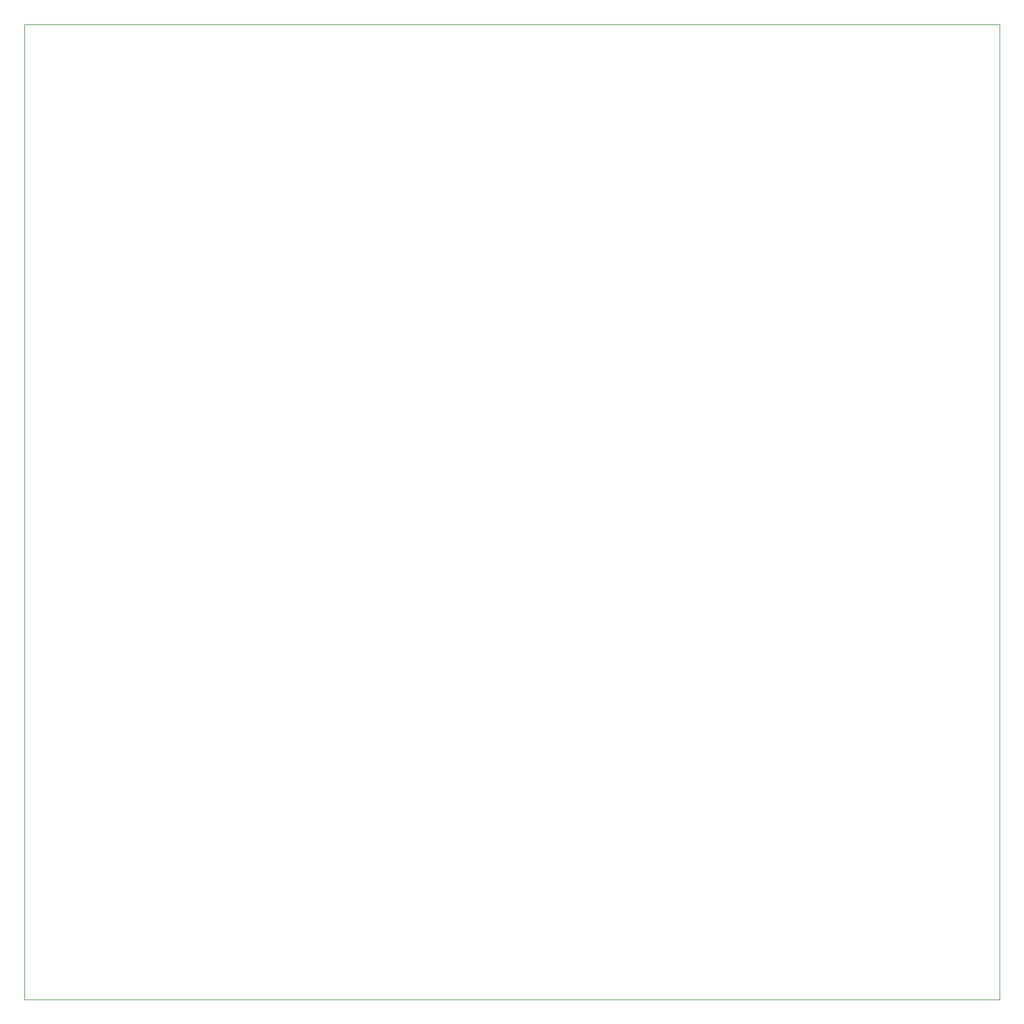
<source format=gm1>
G04 #@! TF.GenerationSoftware,KiCad,Pcbnew,8.0.3*
G04 #@! TF.CreationDate,2024-07-18T12:32:47+02:00*
G04 #@! TF.ProjectId,MFD,4d46442e-6b69-4636-9164-5f7063625858,1.0*
G04 #@! TF.SameCoordinates,Original*
G04 #@! TF.FileFunction,Profile,NP*
%FSLAX46Y46*%
G04 Gerber Fmt 4.6, Leading zero omitted, Abs format (unit mm)*
G04 Created by KiCad (PCBNEW 8.0.3) date 2024-07-18 12:32:47*
%MOMM*%
%LPD*%
G01*
G04 APERTURE LIST*
G04 #@! TA.AperFunction,Profile*
%ADD10C,0.050000*%
G04 #@! TD*
G04 APERTURE END LIST*
D10*
X39000000Y-19000000D02*
X181000000Y-19000000D01*
X181000000Y-161000000D01*
X39000000Y-161000000D01*
X39000000Y-19000000D01*
M02*

</source>
